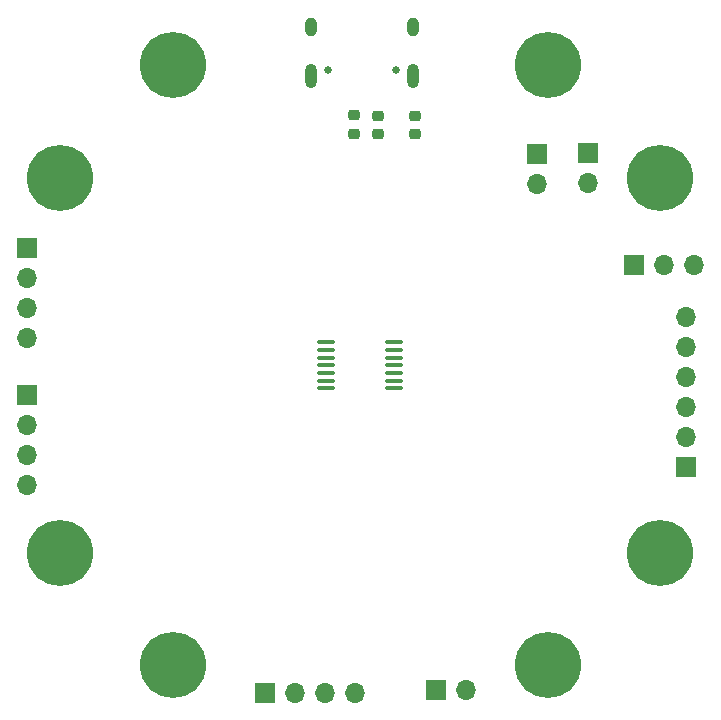
<source format=gbr>
%TF.GenerationSoftware,KiCad,Pcbnew,8.0.1*%
%TF.CreationDate,2024-04-11T10:52:21-07:00*%
%TF.ProjectId,TMC2240_RP2040,544d4332-3234-4305-9f52-50323034302e,rev?*%
%TF.SameCoordinates,Original*%
%TF.FileFunction,Soldermask,Bot*%
%TF.FilePolarity,Negative*%
%FSLAX46Y46*%
G04 Gerber Fmt 4.6, Leading zero omitted, Abs format (unit mm)*
G04 Created by KiCad (PCBNEW 8.0.1) date 2024-04-11 10:52:21*
%MOMM*%
%LPD*%
G01*
G04 APERTURE LIST*
G04 Aperture macros list*
%AMRoundRect*
0 Rectangle with rounded corners*
0 $1 Rounding radius*
0 $2 $3 $4 $5 $6 $7 $8 $9 X,Y pos of 4 corners*
0 Add a 4 corners polygon primitive as box body*
4,1,4,$2,$3,$4,$5,$6,$7,$8,$9,$2,$3,0*
0 Add four circle primitives for the rounded corners*
1,1,$1+$1,$2,$3*
1,1,$1+$1,$4,$5*
1,1,$1+$1,$6,$7*
1,1,$1+$1,$8,$9*
0 Add four rect primitives between the rounded corners*
20,1,$1+$1,$2,$3,$4,$5,0*
20,1,$1+$1,$4,$5,$6,$7,0*
20,1,$1+$1,$6,$7,$8,$9,0*
20,1,$1+$1,$8,$9,$2,$3,0*%
G04 Aperture macros list end*
%ADD10R,1.700000X1.700000*%
%ADD11O,1.700000X1.700000*%
%ADD12C,5.600000*%
%ADD13C,0.650000*%
%ADD14O,1.000000X2.100000*%
%ADD15O,1.000000X1.600000*%
%ADD16RoundRect,0.225000X0.250000X-0.225000X0.250000X0.225000X-0.250000X0.225000X-0.250000X-0.225000X0*%
%ADD17RoundRect,0.100000X0.637500X0.100000X-0.637500X0.100000X-0.637500X-0.100000X0.637500X-0.100000X0*%
G04 APERTURE END LIST*
D10*
%TO.C,J2*%
X153000000Y-144500000D03*
D11*
X153000000Y-141960000D03*
X153000000Y-139420000D03*
X153000000Y-136880000D03*
X153000000Y-134340000D03*
X153000000Y-131800000D03*
%TD*%
D10*
%TO.C,J14*%
X97200000Y-125980000D03*
D11*
X97200000Y-128520000D03*
X97200000Y-131060000D03*
X97200000Y-133600000D03*
%TD*%
D12*
%TO.C,J10*%
X141275000Y-161275000D03*
%TD*%
D13*
%TO.C,J19*%
X128410000Y-110850000D03*
X122630000Y-110850000D03*
D14*
X129840000Y-111380000D03*
D15*
X129840000Y-107200000D03*
D14*
X121200000Y-111380000D03*
D15*
X121200000Y-107200000D03*
%TD*%
D12*
%TO.C,J5*%
X100000000Y-120000000D03*
%TD*%
%TO.C,J12*%
X141275000Y-110475000D03*
%TD*%
%TO.C,J6*%
X100000000Y-151750000D03*
%TD*%
D10*
%TO.C,J1*%
X131825000Y-163400000D03*
D11*
X134365000Y-163400000D03*
%TD*%
D12*
%TO.C,J8*%
X150800000Y-151750000D03*
%TD*%
%TO.C,J9*%
X109525000Y-161275000D03*
%TD*%
D10*
%TO.C,J16*%
X148610000Y-127350000D03*
D11*
X151150000Y-127350000D03*
X153690000Y-127350000D03*
%TD*%
D12*
%TO.C,J7*%
X150800000Y-120000000D03*
%TD*%
D10*
%TO.C,J4*%
X117330000Y-163600000D03*
D11*
X119870000Y-163600000D03*
X122410000Y-163600000D03*
X124950000Y-163600000D03*
%TD*%
D10*
%TO.C,J15*%
X97200000Y-138400000D03*
D11*
X97200000Y-140940000D03*
X97200000Y-143480000D03*
X97200000Y-146020000D03*
%TD*%
D10*
%TO.C,SW2*%
X140400000Y-118000000D03*
D11*
X140400000Y-120540000D03*
%TD*%
D10*
%TO.C,SW1*%
X144700000Y-117925000D03*
D11*
X144700000Y-120465000D03*
%TD*%
D12*
%TO.C,J11*%
X109525000Y-110475000D03*
%TD*%
D16*
%TO.C,C27*%
X129990000Y-116300000D03*
X129990000Y-114750000D03*
%TD*%
%TO.C,C26*%
X126900000Y-116275000D03*
X126900000Y-114725000D03*
%TD*%
D17*
%TO.C,U2*%
X128262500Y-133925000D03*
X128262500Y-134575000D03*
X128262500Y-135225000D03*
X128262500Y-135875000D03*
X128262500Y-136525000D03*
X128262500Y-137175000D03*
X128262500Y-137825000D03*
X122537500Y-137825000D03*
X122537500Y-137175000D03*
X122537500Y-136525000D03*
X122537500Y-135875000D03*
X122537500Y-135225000D03*
X122537500Y-134575000D03*
X122537500Y-133925000D03*
%TD*%
D16*
%TO.C,C3*%
X124900000Y-116265000D03*
X124900000Y-114715000D03*
%TD*%
M02*

</source>
